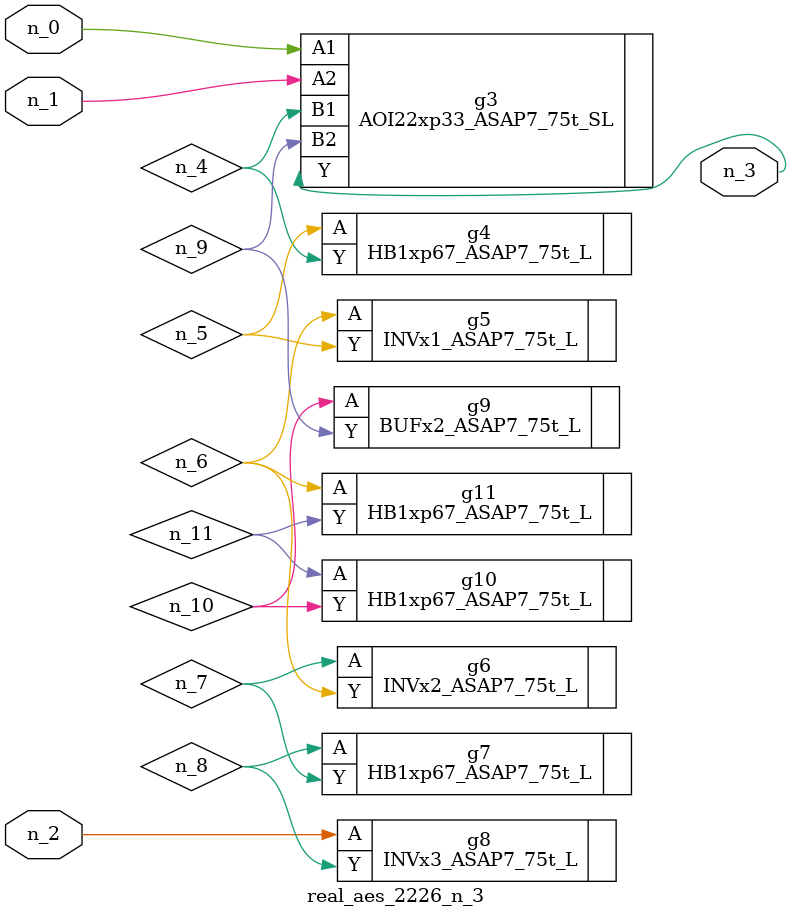
<source format=v>
module real_aes_2226_n_3 (n_0, n_2, n_1, n_3);
input n_0;
input n_2;
input n_1;
output n_3;
wire n_4;
wire n_5;
wire n_7;
wire n_9;
wire n_6;
wire n_8;
wire n_10;
wire n_11;
AOI22xp33_ASAP7_75t_SL g3 ( .A1(n_0), .A2(n_1), .B1(n_4), .B2(n_9), .Y(n_3) );
INVx3_ASAP7_75t_L g8 ( .A(n_2), .Y(n_8) );
HB1xp67_ASAP7_75t_L g4 ( .A(n_5), .Y(n_4) );
INVx1_ASAP7_75t_L g5 ( .A(n_6), .Y(n_5) );
HB1xp67_ASAP7_75t_L g11 ( .A(n_6), .Y(n_11) );
INVx2_ASAP7_75t_L g6 ( .A(n_7), .Y(n_6) );
HB1xp67_ASAP7_75t_L g7 ( .A(n_8), .Y(n_7) );
BUFx2_ASAP7_75t_L g9 ( .A(n_10), .Y(n_9) );
HB1xp67_ASAP7_75t_L g10 ( .A(n_11), .Y(n_10) );
endmodule
</source>
